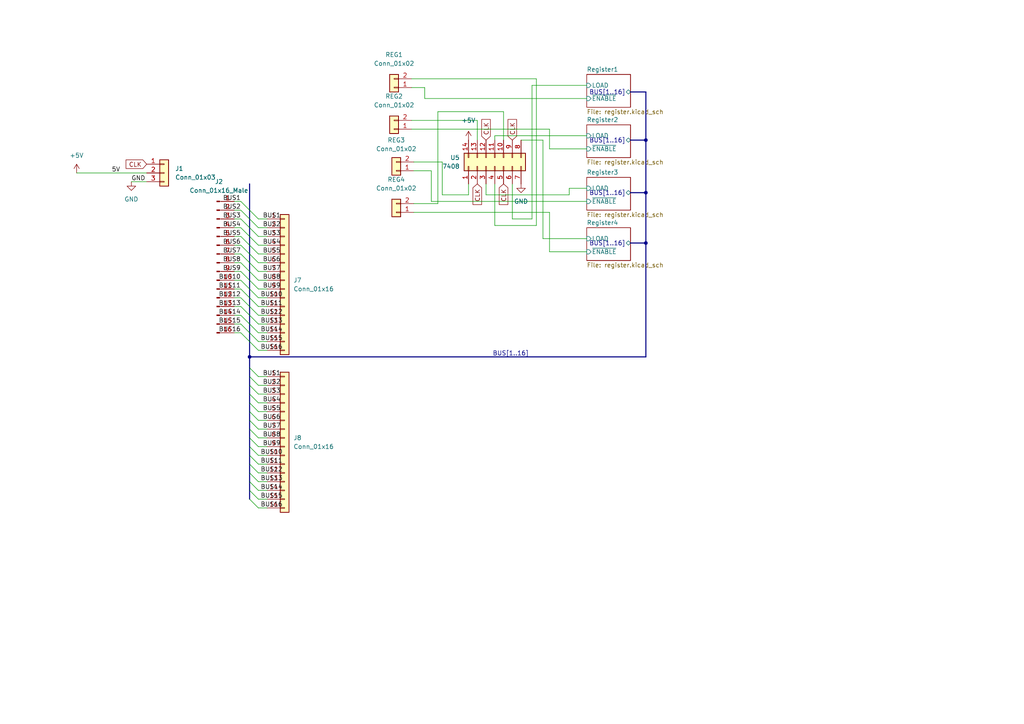
<source format=kicad_sch>
(kicad_sch (version 20211123) (generator eeschema)
  (paper "A4")
  (lib_symbols
    (symbol "Connector:Conn_01x16_Male" (pin_names (offset 1.016) hide)
      (property "Reference" "J" (at 0 20.32 0))
      (property "Value" "Conn_01x16_Male" (at 0 -22.86 0))
      (symbol "Conn_01x16_Male_1_1"
        (polyline (pts (xy 1.27 -20.32) (xy 0.8636 -20.32)) (stroke (width 0.1524)))
        (polyline (pts (xy 1.27 -17.78) (xy 0.8636 -17.78)) (stroke (width 0.1524)))
        (polyline (pts (xy 1.27 -15.24) (xy 0.8636 -15.24)) (stroke (width 0.1524)))
        (polyline (pts (xy 1.27 -12.7) (xy 0.8636 -12.7)) (stroke (width 0.1524)))
        (polyline (pts (xy 1.27 -10.16) (xy 0.8636 -10.16)) (stroke (width 0.1524)))
        (polyline (pts (xy 1.27 -7.62) (xy 0.8636 -7.62)) (stroke (width 0.1524)))
        (polyline (pts (xy 1.27 -5.08) (xy 0.8636 -5.08)) (stroke (width 0.1524)))
        (polyline (pts (xy 1.27 -2.54) (xy 0.8636 -2.54)) (stroke (width 0.1524)))
        (polyline (pts (xy 1.27 0) (xy 0.8636 0)) (stroke (width 0.1524)))
        (polyline (pts (xy 1.27 2.54) (xy 0.8636 2.54)) (stroke (width 0.1524)))
        (polyline (pts (xy 1.27 5.08) (xy 0.8636 5.08)) (stroke (width 0.1524)))
        (polyline (pts (xy 1.27 7.62) (xy 0.8636 7.62)) (stroke (width 0.1524)))
        (polyline (pts (xy 1.27 10.16) (xy 0.8636 10.16)) (stroke (width 0.1524)))
        (polyline (pts (xy 1.27 12.7) (xy 0.8636 12.7)) (stroke (width 0.1524)))
        (polyline (pts (xy 1.27 15.24) (xy 0.8636 15.24)) (stroke (width 0.1524)))
        (polyline (pts (xy 1.27 17.78) (xy 0.8636 17.78)) (stroke (width 0.1524)))
        (rectangle (start 0.8636 -20.193) (end 0 -20.447) (stroke (width 0.1524)) (fill (type outline)))
        (rectangle (start 0.8636 -17.653) (end 0 -17.907) (stroke (width 0.1524)) (fill (type outline)))
        (rectangle (start 0.8636 -15.113) (end 0 -15.367) (stroke (width 0.1524)) (fill (type outline)))
        (rectangle (start 0.8636 -12.573) (end 0 -12.827) (stroke (width 0.1524)) (fill (type outline)))
        (rectangle (start 0.8636 -10.033) (end 0 -10.287) (stroke (width 0.1524)) (fill (type outline)))
        (rectangle (start 0.8636 -7.493) (end 0 -7.747) (stroke (width 0.1524)) (fill (type outline)))
        (rectangle (start 0.8636 -4.953) (end 0 -5.207) (stroke (width 0.1524)) (fill (type outline)))
        (rectangle (start 0.8636 -2.413) (end 0 -2.667) (stroke (width 0.1524)) (fill (type outline)))
        (rectangle (start 0.8636 0.127) (end 0 -0.127) (stroke (width 0.1524)) (fill (type outline)))
        (rectangle (start 0.8636 2.667) (end 0 2.413) (stroke (width 0.1524)) (fill (type outline)))
        (rectangle (start 0.8636 5.207) (end 0 4.953) (stroke (width 0.1524)) (fill (type outline)))
        (rectangle (start 0.8636 7.747) (end 0 7.493) (stroke (width 0.1524)) (fill (type outline)))
        (rectangle (start 0.8636 10.287) (end 0 10.033) (stroke (width 0.1524)) (fill (type outline)))
        (rectangle (start 0.8636 12.827) (end 0 12.573) (stroke (width 0.1524)) (fill (type outline)))
        (rectangle (start 0.8636 15.367) (end 0 15.113) (stroke (width 0.1524)) (fill (type outline)))
        (rectangle (start 0.8636 17.907) (end 0 17.653) (stroke (width 0.1524)) (fill (type outline)))
        (pin passive line (at 5.08 17.78 180) (length 3.81) (name "Pin_1") (number "1"))
        (pin passive line (at 5.08 -5.08 180) (length 3.81) (name "Pin_10") (number "10"))
        (pin passive line (at 5.08 -7.62 180) (length 3.81) (name "Pin_11") (number "11"))
        (pin passive line (at 5.08 -10.16 180) (length 3.81) (name "Pin_12") (number "12"))
        (pin passive line (at 5.08 -12.7 180) (length 3.81) (name "Pin_13") (number "13"))
        (pin passive line (at 5.08 -15.24 180) (length 3.81) (name "Pin_14") (number "14"))
        (pin passive line (at 5.08 -17.78 180) (length 3.81) (name "Pin_15") (number "15"))
        (pin passive line (at 5.08 -20.32 180) (length 3.81) (name "Pin_16") (number "16"))
        (pin passive line (at 5.08 15.24 180) (length 3.81) (name "Pin_2") (number "2"))
        (pin passive line (at 5.08 12.7 180) (length 3.81) (name "Pin_3") (number "3"))
        (pin passive line (at 5.08 10.16 180) (length 3.81) (name "Pin_4") (number "4"))
        (pin passive line (at 5.08 7.62 180) (length 3.81) (name "Pin_5") (number "5"))
        (pin passive line (at 5.08 5.08 180) (length 3.81) (name "Pin_6") (number "6"))
        (pin passive line (at 5.08 2.54 180) (length 3.81) (name "Pin_7") (number "7"))
        (pin passive line (at 5.08 0 180) (length 3.81) (name "Pin_8") (number "8"))
        (pin passive line (at 5.08 -2.54 180) (length 3.81) (name "Pin_9") (number "9"))
      )
    )
    (symbol "Connector_Generic:Conn_01x02" (pin_names (offset 1.016) hide)
      (property "Reference" "J" (at 0 2.54 0))
      (property "Value" "Conn_01x02" (at 0 -5.08 0))
      (symbol "Conn_01x02_1_1"
        (rectangle (start -1.27 -2.413) (end 0 -2.667) (stroke (width 0.1524)))
        (rectangle (start -1.27 0.127) (end 0 -0.127) (stroke (width 0.1524)))
        (rectangle (start -1.27 1.27) (end 1.27 -3.81) (stroke (width 0.254)) (fill (type background)))
        (pin passive line (at -5.08 0 0) (length 3.81) (name "Pin_1") (number "1"))
        (pin passive line (at -5.08 -2.54 0) (length 3.81) (name "Pin_2") (number "2"))
      )
    )
    (symbol "Connector_Generic:Conn_01x03" (pin_names (offset 1.016) hide)
      (property "Reference" "J" (at 0 5.08 0))
      (property "Value" "Conn_01x03" (at 0 -5.08 0))
      (symbol "Conn_01x03_1_1"
        (rectangle (start -1.27 -2.413) (end 0 -2.667) (stroke (width 0.1524)))
        (rectangle (start -1.27 0.127) (end 0 -0.127) (stroke (width 0.1524)))
        (rectangle (start -1.27 2.667) (end 0 2.413) (stroke (width 0.1524)))
        (rectangle (start -1.27 3.81) (end 1.27 -3.81) (stroke (width 0.254)) (fill (type background)))
        (pin passive line (at -5.08 2.54 0) (length 3.81) (name "Pin_1") (number "1"))
        (pin passive line (at -5.08 0 0) (length 3.81) (name "Pin_2") (number "2"))
        (pin passive line (at -5.08 -2.54 0) (length 3.81) (name "Pin_3") (number "3"))
      )
    )
    (symbol "Connector_Generic:Conn_01x16" (pin_names (offset 1.016) hide)
      (property "Reference" "J" (at 0 20.32 0))
      (property "Value" "Conn_01x16" (at 0 -22.86 0))
      (symbol "Conn_01x16_1_1"
        (rectangle (start -1.27 -20.193) (end 0 -20.447) (stroke (width 0.1524)))
        (rectangle (start -1.27 -17.653) (end 0 -17.907) (stroke (width 0.1524)))
        (rectangle (start -1.27 -15.113) (end 0 -15.367) (stroke (width 0.1524)))
        (rectangle (start -1.27 -12.573) (end 0 -12.827) (stroke (width 0.1524)))
        (rectangle (start -1.27 -10.033) (end 0 -10.287) (stroke (width 0.1524)))
        (rectangle (start -1.27 -7.493) (end 0 -7.747) (stroke (width 0.1524)))
        (rectangle (start -1.27 -4.953) (end 0 -5.207) (stroke (width 0.1524)))
        (rectangle (start -1.27 -2.413) (end 0 -2.667) (stroke (width 0.1524)))
        (rectangle (start -1.27 0.127) (end 0 -0.127) (stroke (width 0.1524)))
        (rectangle (start -1.27 2.667) (end 0 2.413) (stroke (width 0.1524)))
        (rectangle (start -1.27 5.207) (end 0 4.953) (stroke (width 0.1524)))
        (rectangle (start -1.27 7.747) (end 0 7.493) (stroke (width 0.1524)))
        (rectangle (start -1.27 10.287) (end 0 10.033) (stroke (width 0.1524)))
        (rectangle (start -1.27 12.827) (end 0 12.573) (stroke (width 0.1524)))
        (rectangle (start -1.27 15.367) (end 0 15.113) (stroke (width 0.1524)))
        (rectangle (start -1.27 17.907) (end 0 17.653) (stroke (width 0.1524)))
        (rectangle (start -1.27 19.05) (end 1.27 -21.59) (stroke (width 0.254)) (fill (type background)))
        (pin passive line (at -5.08 17.78 0) (length 3.81) (name "Pin_1") (number "1"))
        (pin passive line (at -5.08 -5.08 0) (length 3.81) (name "Pin_10") (number "10"))
        (pin passive line (at -5.08 -7.62 0) (length 3.81) (name "Pin_11") (number "11"))
        (pin passive line (at -5.08 -10.16 0) (length 3.81) (name "Pin_12") (number "12"))
        (pin passive line (at -5.08 -12.7 0) (length 3.81) (name "Pin_13") (number "13"))
        (pin passive line (at -5.08 -15.24 0) (length 3.81) (name "Pin_14") (number "14"))
        (pin passive line (at -5.08 -17.78 0) (length 3.81) (name "Pin_15") (number "15"))
        (pin passive line (at -5.08 -20.32 0) (length 3.81) (name "Pin_16") (number "16"))
        (pin passive line (at -5.08 15.24 0) (length 3.81) (name "Pin_2") (number "2"))
        (pin passive line (at -5.08 12.7 0) (length 3.81) (name "Pin_3") (number "3"))
        (pin passive line (at -5.08 10.16 0) (length 3.81) (name "Pin_4") (number "4"))
        (pin passive line (at -5.08 7.62 0) (length 3.81) (name "Pin_5") (number "5"))
        (pin passive line (at -5.08 5.08 0) (length 3.81) (name "Pin_6") (number "6"))
        (pin passive line (at -5.08 2.54 0) (length 3.81) (name "Pin_7") (number "7"))
        (pin passive line (at -5.08 0 0) (length 3.81) (name "Pin_8") (number "8"))
        (pin passive line (at -5.08 -2.54 0) (length 3.81) (name "Pin_9") (number "9"))
      )
    )
    (symbol "Connector_Generic:Conn_02x07_Counter_Clockwise" (pin_names (offset 1.016) hide)
      (property "Reference" "J" (at 1.27 10.16 0))
      (property "Value" "Conn_02x07_Counter_Clockwise" (at 1.27 -10.16 0))
      (symbol "Conn_02x07_Counter_Clockwise_1_1"
        (rectangle (start -1.27 -7.493) (end 0 -7.747) (stroke (width 0.1524)))
        (rectangle (start -1.27 -4.953) (end 0 -5.207) (stroke (width 0.1524)))
        (rectangle (start -1.27 -2.413) (end 0 -2.667) (stroke (width 0.1524)))
        (rectangle (start -1.27 0.127) (end 0 -0.127) (stroke (width 0.1524)))
        (rectangle (start -1.27 2.667) (end 0 2.413) (stroke (width 0.1524)))
        (rectangle (start -1.27 5.207) (end 0 4.953) (stroke (width 0.1524)))
        (rectangle (start -1.27 7.747) (end 0 7.493) (stroke (width 0.1524)))
        (rectangle (start -1.27 8.89) (end 3.81 -8.89) (stroke (width 0.254)) (fill (type background)))
        (rectangle (start 3.81 -7.493) (end 2.54 -7.747) (stroke (width 0.1524)))
        (rectangle (start 3.81 -4.953) (end 2.54 -5.207) (stroke (width 0.1524)))
        (rectangle (start 3.81 -2.413) (end 2.54 -2.667) (stroke (width 0.1524)))
        (rectangle (start 3.81 0.127) (end 2.54 -0.127) (stroke (width 0.1524)))
        (rectangle (start 3.81 2.667) (end 2.54 2.413) (stroke (width 0.1524)))
        (rectangle (start 3.81 5.207) (end 2.54 4.953) (stroke (width 0.1524)))
        (rectangle (start 3.81 7.747) (end 2.54 7.493) (stroke (width 0.1524)))
        (pin passive line (at -5.08 7.62 0) (length 3.81) (name "Pin_1") (number "1"))
        (pin passive line (at 7.62 -2.54 180) (length 3.81) (name "Pin_10") (number "10"))
        (pin passive line (at 7.62 0 180) (length 3.81) (name "Pin_11") (number "11"))
        (pin passive line (at 7.62 2.54 180) (length 3.81) (name "Pin_12") (number "12"))
        (pin passive line (at 7.62 5.08 180) (length 3.81) (name "Pin_13") (number "13"))
        (pin passive line (at 7.62 7.62 180) (length 3.81) (name "Pin_14") (number "14"))
        (pin passive line (at -5.08 5.08 0) (length 3.81) (name "Pin_2") (number "2"))
        (pin passive line (at -5.08 2.54 0) (length 3.81) (name "Pin_3") (number "3"))
        (pin passive line (at -5.08 0 0) (length 3.81) (name "Pin_4") (number "4"))
        (pin passive line (at -5.08 -2.54 0) (length 3.81) (name "Pin_5") (number "5"))
        (pin passive line (at -5.08 -5.08 0) (length 3.81) (name "Pin_6") (number "6"))
        (pin passive line (at -5.08 -7.62 0) (length 3.81) (name "Pin_7") (number "7"))
        (pin passive line (at 7.62 -7.62 180) (length 3.81) (name "Pin_8") (number "8"))
        (pin passive line (at 7.62 -5.08 180) (length 3.81) (name "Pin_9") (number "9"))
      )
    )
    (symbol "power:+5V" (power) (pin_names (offset 0))
      (property "Value" "+5V" (at 0 3.556 0))
      (symbol "+5V_0_1"
        (polyline (pts (xy -0.762 1.27) (xy 0 2.54)))
        (polyline (pts (xy 0 0) (xy 0 2.54)))
        (polyline (pts (xy 0 2.54) (xy 0.762 1.27)))
      )
      (symbol "+5V_1_1"
        (pin power_in line (at 0 0 90) (length 0) hide (name "+5V") (number "1"))
      )
    )
    (symbol "power:GND" (power) (pin_names (offset 0))
      (property "Value" "GND" (at 0 -3.81 0))
      (symbol "GND_0_1"
        (polyline (pts (xy 0 0) (xy 0 -1.27) (xy 1.27 -1.27) (xy 0 -2.54) (xy -1.27 -1.27) (xy 0 -1.27)))
      )
      (symbol "GND_1_1"
        (pin power_in line (at 0 0 270) (length 0) hide (name "GND") (number "1"))
      )
    )
  )
  (junction (at 72.39 103.505))
  (junction (at 187.325 55.88))
  (junction (at 187.325 40.64))
  (junction (at 187.325 70.485))
  (bus_entry (at 74.93 116.84) (size -2.54 -2.54))
  (bus_entry (at 69.85 96.52) (size 2.54 2.54))
  (bus_entry (at 74.93 132.08) (size -2.54 -2.54))
  (bus_entry (at 74.93 147.32) (size -2.54 -2.54))
  (bus_entry (at 69.85 68.58) (size 2.54 2.54))
  (bus_entry (at 69.85 71.12) (size 2.54 2.54))
  (bus_entry (at 69.85 73.66) (size 2.54 2.54))
  (bus_entry (at 69.85 76.2) (size 2.54 2.54))
  (bus_entry (at 69.85 58.42) (size 2.54 2.54))
  (bus_entry (at 69.85 60.96) (size 2.54 2.54))
  (bus_entry (at 69.85 63.5) (size 2.54 2.54))
  (bus_entry (at 69.85 66.04) (size 2.54 2.54))
  (bus_entry (at 69.85 93.98) (size 2.54 2.54))
  (bus_entry (at 69.85 88.9) (size 2.54 2.54))
  (bus_entry (at 69.85 91.44) (size 2.54 2.54))
  (bus_entry (at 69.85 81.28) (size 2.54 2.54))
  (bus_entry (at 69.85 78.74) (size 2.54 2.54))
  (bus_entry (at 69.85 83.82) (size 2.54 2.54))
  (bus_entry (at 69.85 86.36) (size 2.54 2.54))
  (bus_entry (at 74.93 134.62) (size -2.54 -2.54))
  (bus_entry (at 74.93 129.54) (size -2.54 -2.54))
  (bus_entry (at 74.93 114.3) (size -2.54 -2.54))
  (bus_entry (at 74.93 109.22) (size -2.54 -2.54))
  (bus_entry (at 74.93 139.7) (size -2.54 -2.54))
  (bus_entry (at 74.93 63.5) (size -2.54 -2.54))
  (bus_entry (at 74.93 68.58) (size -2.54 -2.54))
  (bus_entry (at 74.93 66.04) (size -2.54 -2.54))
  (bus_entry (at 74.93 119.38) (size -2.54 -2.54))
  (bus_entry (at 74.93 144.78) (size -2.54 -2.54))
  (bus_entry (at 74.93 78.74) (size -2.54 -2.54))
  (bus_entry (at 74.93 76.2) (size -2.54 -2.54))
  (bus_entry (at 74.93 71.12) (size -2.54 -2.54))
  (bus_entry (at 74.93 73.66) (size -2.54 -2.54))
  (bus_entry (at 74.93 81.28) (size -2.54 -2.54))
  (bus_entry (at 74.93 83.82) (size -2.54 -2.54))
  (bus_entry (at 74.93 86.36) (size -2.54 -2.54))
  (bus_entry (at 74.93 88.9) (size -2.54 -2.54))
  (bus_entry (at 74.93 91.44) (size -2.54 -2.54))
  (bus_entry (at 74.93 93.98) (size -2.54 -2.54))
  (bus_entry (at 74.93 96.52) (size -2.54 -2.54))
  (bus_entry (at 74.93 99.06) (size -2.54 -2.54))
  (bus_entry (at 74.93 101.6) (size -2.54 -2.54))
  (bus_entry (at 74.93 111.76) (size -2.54 -2.54))
  (bus_entry (at 74.93 121.92) (size -2.54 -2.54))
  (bus_entry (at 74.93 127) (size -2.54 -2.54))
  (bus_entry (at 74.93 137.16) (size -2.54 -2.54))
  (bus_entry (at 74.93 142.24) (size -2.54 -2.54))
  (bus_entry (at 74.93 124.46) (size -2.54 -2.54))
  (wire (pts (xy 74.93 127) (xy 77.47 127)))
  (wire (pts (xy 154.305 63.5) (xy 154.305 24.765)))
  (wire (pts (xy 74.93 111.76) (xy 77.47 111.76)))
  (wire (pts (xy 67.945 78.74) (xy 69.85 78.74)))
  (wire (pts (xy 159.385 43.18) (xy 170.18 43.18)))
  (wire (pts (xy 125.095 49.53) (xy 120.015 49.53)))
  (wire (pts (xy 120.015 59.055) (xy 127 59.055)))
  (wire (pts (xy 74.93 101.6) (xy 77.47 101.6)))
  (wire (pts (xy 148.59 53.34) (xy 148.59 63.5)))
  (wire (pts (xy 146.05 32.385) (xy 146.05 40.64)))
  (bus (pts (xy 187.325 103.505) (xy 72.39 103.505)))
  (bus (pts (xy 72.39 134.62) (xy 72.39 137.16)))
  (wire (pts (xy 123.19 28.575) (xy 123.19 25.4)))
  (wire (pts (xy 119.38 34.925) (xy 138.43 34.925)))
  (wire (pts (xy 74.93 83.82) (xy 77.47 83.82)))
  (bus (pts (xy 72.39 99.06) (xy 72.39 103.505)))
  (wire (pts (xy 67.945 81.28) (xy 69.85 81.28)))
  (wire (pts (xy 159.385 37.465) (xy 159.385 43.18)))
  (bus (pts (xy 182.88 40.64) (xy 187.325 40.64)))
  (wire (pts (xy 127 32.385) (xy 146.05 32.385)))
  (wire (pts (xy 74.93 129.54) (xy 77.47 129.54)))
  (wire (pts (xy 120.015 61.595) (xy 159.385 61.595)))
  (bus (pts (xy 72.39 132.08) (xy 72.39 134.62)))
  (wire (pts (xy 119.38 25.4) (xy 123.19 25.4)))
  (bus (pts (xy 72.39 127) (xy 72.39 129.54)))
  (bus (pts (xy 72.39 124.46) (xy 72.39 127)))
  (bus (pts (xy 72.39 103.505) (xy 72.39 106.68)))
  (bus (pts (xy 72.39 88.9) (xy 72.39 91.44)))
  (wire (pts (xy 143.51 65.405) (xy 155.575 65.405)))
  (bus (pts (xy 72.39 137.16) (xy 72.39 139.7)))
  (wire (pts (xy 67.945 73.66) (xy 69.85 73.66)))
  (bus (pts (xy 72.39 96.52) (xy 72.39 99.06)))
  (wire (pts (xy 74.93 114.3) (xy 77.47 114.3)))
  (bus (pts (xy 72.39 60.96) (xy 72.39 63.5)))
  (wire (pts (xy 157.48 69.215) (xy 170.18 69.215)))
  (wire (pts (xy 74.93 68.58) (xy 77.47 68.58)))
  (wire (pts (xy 135.89 56.515) (xy 135.89 53.34)))
  (wire (pts (xy 74.93 66.04) (xy 77.47 66.04)))
  (wire (pts (xy 67.945 71.12) (xy 69.85 71.12)))
  (bus (pts (xy 72.39 93.98) (xy 72.39 96.52)))
  (bus (pts (xy 72.39 106.68) (xy 72.39 109.22)))
  (wire (pts (xy 128.27 46.99) (xy 128.27 56.515)))
  (wire (pts (xy 74.93 93.98) (xy 77.47 93.98)))
  (wire (pts (xy 140.97 56.515) (xy 165.1 56.515)))
  (wire (pts (xy 74.93 121.92) (xy 77.47 121.92)))
  (wire (pts (xy 138.43 34.925) (xy 138.43 40.64)))
  (wire (pts (xy 67.945 93.98) (xy 69.85 93.98)))
  (wire (pts (xy 74.93 109.22) (xy 77.47 109.22)))
  (wire (pts (xy 127 59.055) (xy 127 32.385)))
  (wire (pts (xy 67.945 96.52) (xy 69.85 96.52)))
  (bus (pts (xy 72.39 121.92) (xy 72.39 124.46)))
  (bus (pts (xy 72.39 81.28) (xy 72.39 83.82)))
  (wire (pts (xy 67.945 91.44) (xy 69.85 91.44)))
  (wire (pts (xy 67.945 63.5) (xy 69.85 63.5)))
  (wire (pts (xy 159.385 73.025) (xy 170.18 73.025)))
  (bus (pts (xy 72.39 53.34) (xy 72.39 60.96)))
  (wire (pts (xy 74.93 86.36) (xy 77.47 86.36)))
  (bus (pts (xy 187.325 40.64) (xy 187.325 55.88)))
  (wire (pts (xy 119.38 37.465) (xy 159.385 37.465)))
  (bus (pts (xy 72.39 66.04) (xy 72.39 68.58)))
  (bus (pts (xy 72.39 63.5) (xy 72.39 66.04)))
  (bus (pts (xy 72.39 116.84) (xy 72.39 119.38)))
  (wire (pts (xy 74.93 99.06) (xy 77.47 99.06)))
  (wire (pts (xy 74.93 73.66) (xy 77.47 73.66)))
  (wire (pts (xy 67.945 68.58) (xy 69.85 68.58)))
  (bus (pts (xy 72.39 109.22) (xy 72.39 111.76)))
  (wire (pts (xy 143.51 39.37) (xy 170.18 39.37)))
  (wire (pts (xy 157.48 40.64) (xy 157.48 69.215)))
  (wire (pts (xy 151.13 40.64) (xy 157.48 40.64)))
  (wire (pts (xy 148.59 63.5) (xy 154.305 63.5)))
  (bus (pts (xy 72.39 139.7) (xy 72.39 142.24)))
  (bus (pts (xy 72.39 114.3) (xy 72.39 116.84)))
  (bus (pts (xy 187.325 70.485) (xy 182.88 70.485)))
  (wire (pts (xy 74.93 76.2) (xy 77.47 76.2)))
  (wire (pts (xy 74.93 78.74) (xy 77.47 78.74)))
  (wire (pts (xy 159.385 61.595) (xy 159.385 73.025)))
  (wire (pts (xy 74.93 119.38) (xy 77.47 119.38)))
  (wire (pts (xy 67.945 88.9) (xy 69.85 88.9)))
  (bus (pts (xy 72.39 86.36) (xy 72.39 88.9)))
  (wire (pts (xy 67.945 86.36) (xy 69.85 86.36)))
  (wire (pts (xy 67.945 76.2) (xy 69.85 76.2)))
  (wire (pts (xy 74.93 139.7) (xy 77.47 139.7)))
  (wire (pts (xy 74.93 116.84) (xy 77.47 116.84)))
  (wire (pts (xy 74.93 147.32) (xy 77.47 147.32)))
  (bus (pts (xy 72.39 68.58) (xy 72.39 71.12)))
  (wire (pts (xy 165.1 54.61) (xy 170.18 54.61)))
  (wire (pts (xy 120.015 46.99) (xy 128.27 46.99)))
  (wire (pts (xy 74.93 144.78) (xy 77.47 144.78)))
  (bus (pts (xy 72.39 91.44) (xy 72.39 93.98)))
  (wire (pts (xy 38.1 52.705) (xy 42.545 52.705)))
  (wire (pts (xy 67.945 60.96) (xy 69.85 60.96)))
  (bus (pts (xy 72.39 76.2) (xy 72.39 78.74)))
  (wire (pts (xy 74.93 71.12) (xy 77.47 71.12)))
  (bus (pts (xy 72.39 111.76) (xy 72.39 114.3)))
  (wire (pts (xy 74.93 132.08) (xy 77.47 132.08)))
  (wire (pts (xy 119.38 22.86) (xy 155.575 22.86)))
  (wire (pts (xy 74.93 63.5) (xy 77.47 63.5)))
  (bus (pts (xy 182.88 26.67) (xy 187.325 26.67)))
  (bus (pts (xy 72.39 71.12) (xy 72.39 73.66)))
  (wire (pts (xy 67.945 66.04) (xy 69.85 66.04)))
  (wire (pts (xy 74.93 134.62) (xy 77.47 134.62)))
  (wire (pts (xy 123.19 28.575) (xy 170.18 28.575)))
  (wire (pts (xy 155.575 22.86) (xy 155.575 65.405)))
  (bus (pts (xy 187.325 26.67) (xy 187.325 40.64)))
  (bus (pts (xy 72.39 119.38) (xy 72.39 121.92)))
  (wire (pts (xy 74.93 137.16) (xy 77.47 137.16)))
  (wire (pts (xy 74.93 142.24) (xy 77.47 142.24)))
  (wire (pts (xy 154.305 24.765) (xy 170.18 24.765)))
  (bus (pts (xy 72.39 129.54) (xy 72.39 132.08)))
  (wire (pts (xy 128.27 56.515) (xy 135.89 56.515)))
  (bus (pts (xy 182.88 55.88) (xy 187.325 55.88)))
  (wire (pts (xy 74.93 124.46) (xy 77.47 124.46)))
  (bus (pts (xy 187.325 70.485) (xy 187.325 103.505)))
  (wire (pts (xy 74.93 96.52) (xy 77.47 96.52)))
  (wire (pts (xy 74.93 81.28) (xy 77.47 81.28)))
  (bus (pts (xy 72.39 142.24) (xy 72.39 144.78)))
  (wire (pts (xy 143.51 53.34) (xy 143.51 65.405)))
  (bus (pts (xy 72.39 83.82) (xy 72.39 86.36)))
  (bus (pts (xy 72.39 73.66) (xy 72.39 76.2)))
  (wire (pts (xy 67.945 83.82) (xy 69.85 83.82)))
  (wire (pts (xy 67.945 58.42) (xy 69.85 58.42)))
  (wire (pts (xy 140.97 53.34) (xy 140.97 56.515)))
  (wire (pts (xy 125.095 58.42) (xy 125.095 49.53)))
  (bus (pts (xy 187.325 55.88) (xy 187.325 70.485)))
  (wire (pts (xy 170.18 58.42) (xy 125.095 58.42)))
  (wire (pts (xy 74.93 88.9) (xy 77.47 88.9)))
  (wire (pts (xy 165.1 54.61) (xy 165.1 56.515)))
  (wire (pts (xy 74.93 91.44) (xy 77.47 91.44)))
  (wire (pts (xy 143.51 40.64) (xy 143.51 39.37)))
  (wire (pts (xy 22.225 50.165) (xy 42.545 50.165)))
  (bus (pts (xy 72.39 78.74) (xy 72.39 81.28)))
  (label "BUS1" (at 76.2 63.5 0))
  (label "BUS5" (at 69.85 68.58 180))
  (label "BUS10" (at 69.85 81.28 180))
  (label "BUS10" (at 75.565 132.08 0))
  (label "BUS2" (at 69.85 60.96 180))
  (label "BUS14" (at 69.85 91.44 180))
  (label "BUS5" (at 76.2 119.38 0))
  (label "BUS3" (at 76.2 68.58 0))
  (label "BUS15" (at 75.565 144.78 0))
  (label "BUS16" (at 69.85 96.52 180))
  (label "BUS14" (at 75.565 142.24 0))
  (label "BUS8" (at 76.2 127 0))
  (label "BUS5" (at 76.2 73.66 0))
  (label "BUS11" (at 75.565 134.62 0))
  (label "BUS13" (at 75.565 139.7 0))
  (label "BUS4" (at 76.2 71.12 0))
  (label "BUS13" (at 75.565 93.98 0))
  (label "BUS[1..16]" (at 142.875 103.505 0))
  (label "BUS6" (at 69.85 71.12 180))
  (label "BUS1" (at 76.2 109.22 0))
  (label "BUS15" (at 75.565 99.06 0))
  (label "BUS16" (at 75.565 101.6 0))
  (label "BUS8" (at 76.2 81.28 0))
  (label "BUS14" (at 75.565 96.52 0))
  (label "BUS8" (at 69.85 76.2 180))
  (label "BUS2" (at 76.2 111.76 0))
  (label "BUS16" (at 75.565 147.32 0))
  (label "BUS10" (at 75.565 86.36 0))
  (label "BUS12" (at 75.565 137.16 0))
  (label "BUS15" (at 69.85 93.98 180))
  (label "BUS1" (at 69.85 58.42 180))
  (label "BUS3" (at 76.2 114.3 0))
  (label "GND" (at 38.1 52.705 0))
  (label "BUS9" (at 76.2 129.54 0))
  (label "BUS6" (at 76.2 76.2 0))
  (label "BUS7" (at 76.2 78.74 0))
  (label "BUS11" (at 69.85 83.82 180))
  (label "BUS9" (at 69.85 78.74 180))
  (label "BUS7" (at 76.2 124.46 0))
  (label "BUS3" (at 69.85 63.5 180))
  (label "BUS13" (at 69.85 88.9 180))
  (label "5V" (at 32.385 50.165 0))
  (label "BUS12" (at 69.85 86.36 180))
  (label "BUS4" (at 76.2 116.84 0))
  (label "BUS4" (at 69.85 66.04 180))
  (label "BUS7" (at 69.85 73.66 180))
  (label "BUS12" (at 75.565 91.44 0))
  (label "BUS2" (at 76.2 66.04 0))
  (label "BUS9" (at 76.2 83.82 0))
  (label "BUS6" (at 76.2 121.92 0))
  (label "BUS11" (at 75.565 88.9 0))
  (global_label "CLK" (shape input) (at 140.97 40.64 90) (property "Intersheet References" "${INTERSHEET_REFS}" (effects hide)))
  (global_label "CLK" (shape input) (at 148.59 40.64 90) (property "Intersheet References" "${INTERSHEET_REFS}" (effects hide)))
  (global_label "CLK" (shape input) (at 146.05 53.34 270) (property "Intersheet References" "${INTERSHEET_REFS}" (effects hide)))
  (global_label "CLK" (shape input) (at 42.545 47.625 180) (property "Intersheet References" "${INTERSHEET_REFS}" (effects hide)))
  (global_label "CLK" (shape input) (at 138.43 53.34 270) (property "Intersheet References" "${INTERSHEET_REFS}" (effects hide)))
  (symbol (lib_id "Connector:Conn_01x16_Male") (at 62.865 76.2 0) (unit 1)
    (property "Reference" "J2" (at 63.5 52.705 0))
    (property "Value" "Conn_01x16_Male" (at 63.5 55.245 0))
    (property "Footprint" "Connector_PinHeader_2.54mm:PinHeader_1x16_P2.54mm_Horizontal" (effects hide))
  )
  (symbol (lib_id "Connector_Generic:Conn_01x03") (at 47.625 50.165 0) (unit 1)
    (property "Reference" "J1" (at 50.8 48.8949 0) (effects (justify left)))
    (property "Value" "Conn_01x03" (at 50.8 51.4349 0) (effects (justify left)))
    (property "Footprint" "Connector_PinHeader_2.54mm:PinHeader_1x03_P2.54mm_Vertical" (effects hide))
  )
  (symbol (lib_id "Connector_Generic:Conn_01x02") (at 114.935 61.595 180) (unit 1)
    (property "Reference" "REG4" (at 114.935 52.07 0))
    (property "Value" "Conn_01x02" (at 114.935 54.61 0))
    (property "Footprint" "Connector_PinHeader_2.54mm:PinHeader_1x02_P2.54mm_Vertical" (effects hide))
  )
  (symbol (lib_id "Connector_Generic:Conn_02x07_Counter_Clockwise") (at 143.51 48.26 90) (unit 1)
    (property "Reference" "U5" (at 133.35 45.7199 90) (effects (justify left)))
    (property "Value" "7408" (at 133.35 48.2599 90) (effects (justify left)))
    (property "Footprint" "Package_DIP:DIP-14_W7.62mm_LongPads" (effects hide))
  )
  (symbol (lib_id "Connector_Generic:Conn_01x16") (at 82.55 127 0) (unit 1)
    (property "Reference" "J8" (at 85.09 126.9999 0) (effects (justify left)))
    (property "Value" "Conn_01x16" (at 85.09 129.5399 0) (effects (justify left)))
    (property "Footprint" "Connector_PinHeader_2.54mm:PinHeader_1x16_P2.54mm_Vertical" (effects hide))
  )
  (symbol (lib_id "Connector_Generic:Conn_01x02") (at 114.3 37.465 180) (unit 1)
    (property "Reference" "REG2" (at 114.3 27.94 0))
    (property "Value" "Conn_01x02" (at 114.3 30.48 0))
    (property "Footprint" "Connector_PinHeader_2.54mm:PinHeader_1x02_P2.54mm_Vertical" (effects hide))
  )
  (symbol (lib_id "power:+5V") (at 135.89 40.64 0) (unit 1)
    (property "Reference" "#PWR03" (effects hide))
    (property "Value" "+5V" (at 135.89 34.925 0))
  )
  (symbol (lib_id "Connector_Generic:Conn_01x16") (at 82.55 81.28 0) (unit 1)
    (property "Reference" "J7" (at 85.09 81.2799 0) (effects (justify left)))
    (property "Value" "Conn_01x16" (at 85.09 83.8199 0) (effects (justify left)))
    (property "Footprint" "Connector_PinHeader_2.54mm:PinHeader_1x16_P2.54mm_Vertical" (effects hide))
  )
  (symbol (lib_id "Connector_Generic:Conn_01x02") (at 114.3 25.4 180) (unit 1)
    (property "Reference" "REG1" (at 114.3 15.875 0))
    (property "Value" "Conn_01x02" (at 114.3 18.415 0))
    (property "Footprint" "Connector_PinHeader_2.54mm:PinHeader_1x02_P2.54mm_Vertical" (effects hide))
  )
  (symbol (lib_id "Connector_Generic:Conn_01x02") (at 114.935 49.53 180) (unit 1)
    (property "Reference" "REG3" (at 114.935 40.64 0))
    (property "Value" "Conn_01x02" (at 114.935 43.18 0))
    (property "Footprint" "Connector_PinHeader_2.54mm:PinHeader_1x02_P2.54mm_Vertical" (effects hide))
  )
  (symbol (lib_id "power:+5V") (at 22.225 50.165 0) (unit 1)
    (property "Reference" "#PWR01" (effects hide))
    (property "Value" "+5V" (at 22.225 45.085 0))
  )
  (symbol (lib_id "power:GND") (at 38.1 52.705 0) (unit 1)
    (property "Reference" "#PWR02" (effects hide))
    (property "Value" "GND" (at 38.1 57.785 0))
  )
  (symbol (lib_id "power:GND") (at 151.13 53.34 0) (unit 1)
    (property "Reference" "#PWR04" (effects hide))
    (property "Value" "GND" (at 151.13 58.42 0))
  )
  (sheet (at 170.18 66.04) (size 12.7 9.525) (stroke (width 0.1524))
    (property "Sheet name" "Register4" (at 170.18 65.3284 0) (effects (justify left bottom)))
    (property "Sheet file" "register.kicad_sch" (at 170.18 76.1496 0) (effects (justify left top)))
    (pin "LOAD" input (at 170.18 69.215 180))
    (pin "~{ENABLE}" input (at 170.18 73.025 180))
    (pin "BUS[1..16]" bidirectional (at 182.88 70.485 0))
  )
  (sheet (at 170.18 51.435) (size 12.7 9.525) (stroke (width 0.1524))
    (property "Sheet name" "Register3" (at 170.18 50.7234 0) (effects (justify left bottom)))
    (property "Sheet file" "register.kicad_sch" (at 170.18 61.5446 0) (effects (justify left top)))
    (pin "LOAD" input (at 170.18 54.61 180))
    (pin "~{ENABLE}" input (at 170.18 58.42 180))
    (pin "BUS[1..16]" bidirectional (at 182.88 55.88 0))
  )
  (sheet (at 170.18 21.59) (size 12.7 9.525) (stroke (width 0.1524))
    (property "Sheet name" "Register1" (at 170.18 20.8784 0) (effects (justify left bottom)))
    (property "Sheet file" "register.kicad_sch" (at 170.18 31.6996 0) (effects (justify left top)))
    (pin "LOAD" input (at 170.18 24.765 180))
    (pin "~{ENABLE}" input (at 170.18 28.575 180))
    (pin "BUS[1..16]" bidirectional (at 182.88 26.67 0))
  )
  (sheet (at 170.18 36.195) (size 12.7 9.525) (stroke (width 0.1524))
    (property "Sheet name" "Register2" (at 170.18 35.4834 0) (effects (justify left bottom)))
    (property "Sheet file" "register.kicad_sch" (at 170.18 46.3046 0) (effects (justify left top)))
    (pin "LOAD" input (at 170.18 39.37 180))
    (pin "~{ENABLE}" input (at 170.18 43.18 180))
    (pin "BUS[1..16]" bidirectional (at 182.88 40.64 0))
  )
)
</source>
